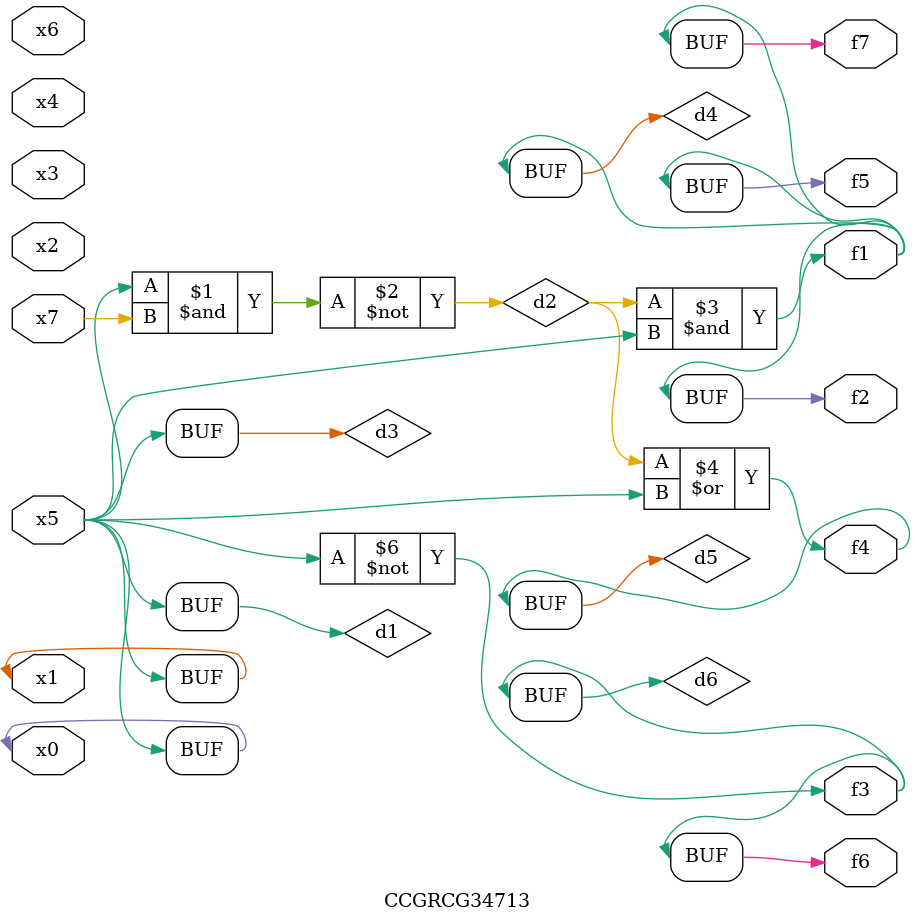
<source format=v>
module CCGRCG34713(
	input x0, x1, x2, x3, x4, x5, x6, x7,
	output f1, f2, f3, f4, f5, f6, f7
);

	wire d1, d2, d3, d4, d5, d6;

	buf (d1, x0, x5);
	nand (d2, x5, x7);
	buf (d3, x0, x1);
	and (d4, d2, d3);
	or (d5, d2, d3);
	nor (d6, d1, d3);
	assign f1 = d4;
	assign f2 = d4;
	assign f3 = d6;
	assign f4 = d5;
	assign f5 = d4;
	assign f6 = d6;
	assign f7 = d4;
endmodule

</source>
